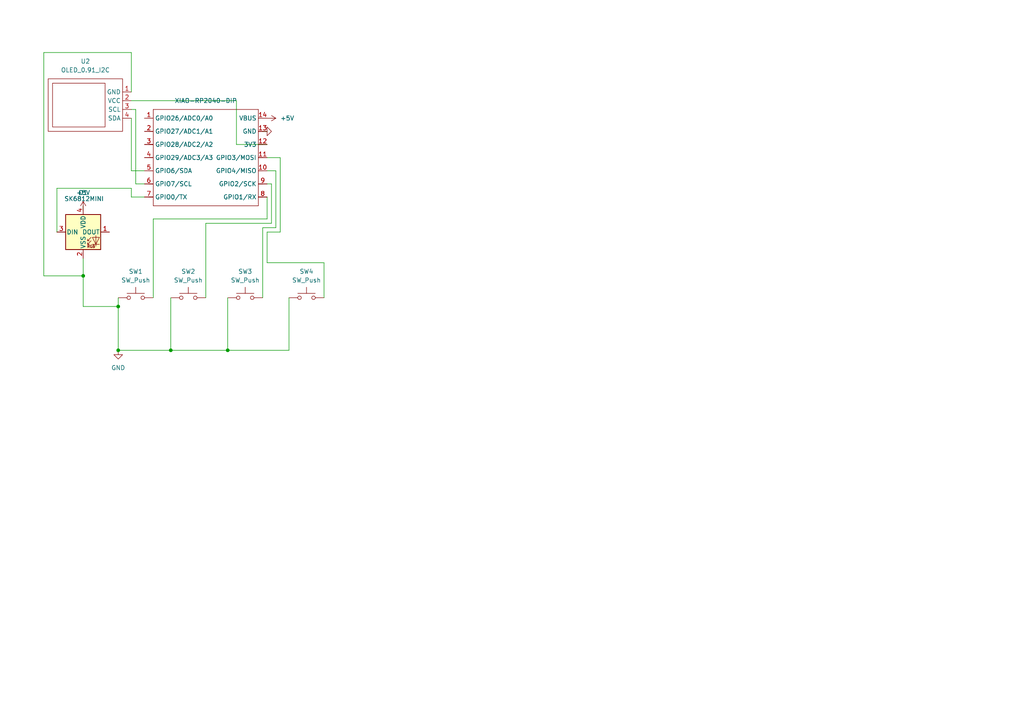
<source format=kicad_sch>
(kicad_sch (version 20250114) (generator "eeschema") (generator_version "9.0")
  (paper "A4")
  (lib_symbols
    (symbol "LED:SK6812MINI" (pin_names (offset 0.254))
      (property "Reference" "D" (at 5.08 5.715 0))
      (property "Value" "SK6812MINI" (at 1.27 -5.715 0))
      (symbol "SK6812MINI_0_0"
        (text "RGB" (at 2.286 -4.191 0) (effects (font (size 0.762 0.762))))
      )
      (symbol "SK6812MINI_0_1"
        (polyline (pts (xy 1.27 -2.54) (xy 1.778 -2.54)))
        (polyline (pts (xy 1.27 -3.556) (xy 1.778 -3.556)))
        (polyline (pts (xy 2.286 -1.524) (xy 1.27 -2.54) (xy 1.27 -2.032)))
        (polyline (pts (xy 2.286 -2.54) (xy 1.27 -3.556) (xy 1.27 -3.048)))
        (polyline (pts (xy 3.683 -1.016) (xy 3.683 -3.556) (xy 3.683 -4.064)))
        (polyline (pts (xy 4.699 -1.524) (xy 2.667 -1.524) (xy 3.683 -3.556) (xy 4.699 -1.524)))
        (polyline (pts (xy 4.699 -3.556) (xy 2.667 -3.556)))
        (rectangle (start 5.08 5.08) (end -5.08 -5.08) (stroke (width 0.254)) (fill (type background)))
      )
      (symbol "SK6812MINI_1_1"
        (pin input line (at -7.62 0 0) (length 2.54) (name "DIN") (number "3"))
        (pin power_in line (at 0 7.62 270) (length 2.54) (name "VDD") (number "4"))
        (pin power_in line (at 0 -7.62 90) (length 2.54) (name "VSS") (number "2"))
        (pin output line (at 7.62 0 180) (length 2.54) (name "DOUT") (number "1"))
      )
    )
    (symbol "New_Library:0.91{dblquote}_I2C"
      (property "Reference" "U" (at 0 0 0))
      (property "Value" "OLED_0.91_I2C" (at 0 0 0))
      (symbol "0.91{dblquote}_I2C_0_1"
        (rectangle (start -7.62 12.7) (end 7.62 -8.89))
        (rectangle (start -6.35 7.62) (end 6.35 -7.62))
      )
      (symbol "0.91{dblquote}_I2C_1_1"
        (pin power_in line (at -3.81 15.24 270) (length 2.54) (name "GND") (number "1"))
        (pin power_in line (at -1.27 15.24 270) (length 2.54) (name "VCC") (number "2"))
        (pin bidirectional line (at 1.27 15.24 270) (length 2.54) (name "SCL") (number "3"))
        (pin bidirectional line (at 3.81 15.24 270) (length 2.54) (name "SDA") (number "4"))
      )
    )
    (symbol "Switch:SW_Push" (pin_numbers (hide yes)) (pin_names (offset 1.016) (hide yes))
      (property "Reference" "SW" (at 1.27 2.54 0))
      (property "Value" "SW_Push" (at 0 -1.524 0))
      (symbol "SW_Push_0_1"
        (circle (center -2.032 0) (radius 0.508))
        (polyline (pts (xy 0 1.27) (xy 0 3.048)))
        (circle (center 2.032 0) (radius 0.508))
        (polyline (pts (xy 2.54 1.27) (xy -2.54 1.27)))
        (pin passive line (at -5.08 0 0) (length 2.54) (name "1") (number "1"))
        (pin passive line (at 5.08 0 180) (length 2.54) (name "2") (number "2"))
      )
    )
    (symbol "XIAO:XIAO-RP2040-DIP"
      (property "Reference" "U" (at 0 0 0))
      (property "Value" "XIAO-RP2040-DIP" (at 5.334 -1.778 0))
      (symbol "XIAO-RP2040-DIP_1_0"
        (polyline (pts (xy -1.27 -2.54) (xy 29.21 -2.54)) (stroke (width 0.1524)))
        (polyline (pts (xy -1.27 -5.08) (xy -2.54 -5.08)) (stroke (width 0.1524)))
        (polyline (pts (xy -1.27 -5.08) (xy -1.27 -2.54)) (stroke (width 0.1524)))
        (polyline (pts (xy -1.27 -8.89) (xy -2.54 -8.89)) (stroke (width 0.1524)))
        (polyline (pts (xy -1.27 -8.89) (xy -1.27 -5.08)) (stroke (width 0.1524)))
        (polyline (pts (xy -1.27 -12.7) (xy -2.54 -12.7)) (stroke (width 0.1524)))
        (polyline (pts (xy -1.27 -12.7) (xy -1.27 -8.89)) (stroke (width 0.1524)))
        (polyline (pts (xy -1.27 -16.51) (xy -2.54 -16.51)) (stroke (width 0.1524)))
        (polyline (pts (xy -1.27 -16.51) (xy -1.27 -12.7)) (stroke (width 0.1524)))
        (polyline (pts (xy -1.27 -20.32) (xy -2.54 -20.32)) (stroke (width 0.1524)))
        (polyline (pts (xy -1.27 -24.13) (xy -2.54 -24.13)) (stroke (width 0.1524)))
        (polyline (pts (xy -1.27 -27.94) (xy -2.54 -27.94)) (stroke (width 0.1524)))
        (polyline (pts (xy -1.27 -30.48) (xy -1.27 -16.51)) (stroke (width 0.1524)))
        (polyline (pts (xy 29.21 -2.54) (xy 29.21 -5.08)) (stroke (width 0.1524)))
        (polyline (pts (xy 29.21 -5.08) (xy 29.21 -8.89)) (stroke (width 0.1524)))
        (polyline (pts (xy 29.21 -8.89) (xy 29.21 -12.7)) (stroke (width 0.1524)))
        (polyline (pts (xy 29.21 -12.7) (xy 29.21 -30.48)) (stroke (width 0.1524)))
        (polyline (pts (xy 29.21 -30.48) (xy -1.27 -30.48)) (stroke (width 0.1524)))
        (polyline (pts (xy 30.48 -5.08) (xy 29.21 -5.08)) (stroke (width 0.1524)))
        (polyline (pts (xy 30.48 -8.89) (xy 29.21 -8.89)) (stroke (width 0.1524)))
        (polyline (pts (xy 30.48 -12.7) (xy 29.21 -12.7)) (stroke (width 0.1524)))
        (polyline (pts (xy 30.48 -16.51) (xy 29.21 -16.51)) (stroke (width 0.1524)))
        (polyline (pts (xy 30.48 -20.32) (xy 29.21 -20.32)) (stroke (width 0.1524)))
        (polyline (pts (xy 30.48 -24.13) (xy 29.21 -24.13)) (stroke (width 0.1524)))
        (polyline (pts (xy 30.48 -27.94) (xy 29.21 -27.94)) (stroke (width 0.1524)))
        (pin passive line (at -3.81 -5.08 0) (length 2.54) (name "GPIO26/ADC0/A0") (number "1"))
        (pin passive line (at -3.81 -8.89 0) (length 2.54) (name "GPIO27/ADC1/A1") (number "2"))
        (pin passive line (at -3.81 -12.7 0) (length 2.54) (name "GPIO28/ADC2/A2") (number "3"))
        (pin passive line (at -3.81 -16.51 0) (length 2.54) (name "GPIO29/ADC3/A3") (number "4"))
        (pin passive line (at -3.81 -20.32 0) (length 2.54) (name "GPIO6/SDA") (number "5"))
        (pin passive line (at -3.81 -24.13 0) (length 2.54) (name "GPIO7/SCL") (number "6"))
        (pin passive line (at -3.81 -27.94 0) (length 2.54) (name "GPIO0/TX") (number "7"))
        (pin passive line (at 31.75 -5.08 180) (length 2.54) (name "VBUS") (number "14"))
        (pin passive line (at 31.75 -8.89 180) (length 2.54) (name "GND") (number "13"))
        (pin passive line (at 31.75 -12.7 180) (length 2.54) (name "3V3") (number "12"))
        (pin passive line (at 31.75 -16.51 180) (length 2.54) (name "GPIO3/MOSI") (number "11"))
        (pin passive line (at 31.75 -20.32 180) (length 2.54) (name "GPIO4/MISO") (number "10"))
        (pin passive line (at 31.75 -24.13 180) (length 2.54) (name "GPIO2/SCK") (number "9"))
        (pin passive line (at 31.75 -27.94 180) (length 2.54) (name "GPIO1/RX") (number "8"))
      )
    )
    (symbol "power:+5V" (power) (pin_numbers (hide yes)) (pin_names (offset 0) (hide yes))
      (property "Value" "+5V" (at 0 3.556 0))
      (symbol "+5V_0_1"
        (polyline (pts (xy -0.762 1.27) (xy 0 2.54)))
        (polyline (pts (xy 0 2.54) (xy 0.762 1.27)))
        (polyline (pts (xy 0 0) (xy 0 2.54)))
      )
      (symbol "+5V_1_1"
        (pin power_in line (at 0 0 90) (length 0) (name "~") (number "1"))
      )
    )
    (symbol "power:GND" (power) (pin_numbers (hide yes)) (pin_names (offset 0) (hide yes))
      (property "Value" "GND" (at 0 -3.81 0))
      (symbol "GND_0_1"
        (polyline (pts (xy 0 0) (xy 0 -1.27) (xy 1.27 -1.27) (xy 0 -2.54) (xy -1.27 -1.27) (xy 0 -1.27)))
      )
      (symbol "GND_1_1"
        (pin power_in line (at 0 0 270) (length 0) (name "~") (number "1"))
      )
    )
  )
  (junction (at 34.29 101.6))
  (junction (at 49.53 101.6))
  (junction (at 24.13 80.01))
  (junction (at 34.29 88.9))
  (junction (at 66.04 101.6))
  (wire (pts (xy 76.2 86.36) (xy 76.2 66.04)))
  (wire (pts (xy 77.47 76.2) (xy 77.47 67.31)))
  (wire (pts (xy 24.13 88.9) (xy 34.29 88.9)))
  (wire (pts (xy 39.37 53.34) (xy 41.91 53.34)))
  (wire (pts (xy 12.7 80.01) (xy 24.13 80.01)))
  (wire (pts (xy 93.98 76.2) (xy 93.98 86.36)))
  (wire (pts (xy 38.1 31.75) (xy 39.37 31.75)))
  (wire (pts (xy 81.28 67.31) (xy 81.28 45.72)))
  (wire (pts (xy 59.69 86.36) (xy 59.69 64.77)))
  (wire (pts (xy 77.47 45.72) (xy 81.28 45.72)))
  (wire (pts (xy 68.58 41.91) (xy 77.47 41.91)))
  (wire (pts (xy 39.37 31.75) (xy 39.37 53.34)))
  (wire (pts (xy 78.74 53.34) (xy 77.47 53.34)))
  (wire (pts (xy 59.69 64.77) (xy 78.74 64.77)))
  (wire (pts (xy 77.47 57.15) (xy 77.47 63.5)))
  (wire (pts (xy 24.13 60.96) (xy 24.13 59.69)))
  (wire (pts (xy 66.04 86.36) (xy 66.04 101.6)))
  (wire (pts (xy 38.1 15.24) (xy 12.7 15.24)))
  (wire (pts (xy 80.01 49.53) (xy 77.47 49.53)))
  (wire (pts (xy 38.1 54.61) (xy 38.1 57.15)))
  (wire (pts (xy 49.53 101.6) (xy 49.53 86.36)))
  (wire (pts (xy 16.51 67.31) (xy 16.51 54.61)))
  (wire (pts (xy 38.1 26.67) (xy 38.1 15.24)))
  (wire (pts (xy 24.13 80.01) (xy 24.13 88.9)))
  (wire (pts (xy 93.98 76.2) (xy 77.47 76.2)))
  (wire (pts (xy 68.58 29.21) (xy 68.58 41.91)))
  (wire (pts (xy 44.45 63.5) (xy 77.47 63.5)))
  (wire (pts (xy 38.1 49.53) (xy 41.91 49.53)))
  (wire (pts (xy 44.45 86.36) (xy 44.45 63.5)))
  (wire (pts (xy 38.1 34.29) (xy 38.1 49.53)))
  (wire (pts (xy 80.01 66.04) (xy 80.01 49.53)))
  (wire (pts (xy 38.1 29.21) (xy 68.58 29.21)))
  (wire (pts (xy 77.47 67.31) (xy 81.28 67.31)))
  (wire (pts (xy 12.7 15.24) (xy 12.7 80.01)))
  (wire (pts (xy 83.82 86.36) (xy 83.82 101.6)))
  (wire (pts (xy 34.29 101.6) (xy 49.53 101.6)))
  (wire (pts (xy 49.53 101.6) (xy 66.04 101.6)))
  (wire (pts (xy 66.04 101.6) (xy 83.82 101.6)))
  (wire (pts (xy 76.2 38.1) (xy 77.47 38.1)))
  (wire (pts (xy 24.13 74.93) (xy 24.13 80.01)))
  (wire (pts (xy 76.2 66.04) (xy 80.01 66.04)))
  (wire (pts (xy 78.74 64.77) (xy 78.74 53.34)))
  (wire (pts (xy 16.51 54.61) (xy 38.1 54.61)))
  (wire (pts (xy 34.29 88.9) (xy 34.29 101.6)))
  (wire (pts (xy 38.1 57.15) (xy 41.91 57.15)))
  (wire (pts (xy 34.29 86.36) (xy 34.29 88.9)))
  (symbol (lib_id "New_Library:0.91{dblquote}_I2C") (at 22.86 30.48 270) (unit 1)
    (property "Reference" "U2" (at 24.765 17.78 90))
    (property "Value" "OLED_0.91_I2C" (at 24.765 20.32 90))
    (property "Footprint" "Connector_PinHeader_2.54mm:PinHeader_1x04_P2.54mm_Vertical" (effects (hide yes)))
  )
  (symbol (lib_id "power:+5V") (at 77.47 34.29 270) (unit 1)
    (property "Reference" "#PWR04" (effects (hide yes)))
    (property "Value" "+5V" (at 81.28 34.2899 90) (effects (justify left)))
    (property "Description" "Power symbol creates a global label with name \"+5V\"" (effects (hide yes)))
  )
  (symbol (lib_id "LED:SK6812MINI") (at 24.13 67.31 0) (unit 1)
    (property "Reference" "D1" (at 24.13 55.88 0))
    (property "Value" "SK6812MINI" (at 24.384 57.658 0))
    (property "Footprint" "LED_SMD:LED_SK6812MINI_PLCC4_3.5x3.5mm_P1.75mm" (effects (hide yes)))
    (property "Datasheet" "https://cdn-shop.adafruit.com/product-files/2686/SK6812MINI_REV.01-1-2.pdf" (effects (hide yes)))
    (property "Description" "RGB LED with integrated controller" (effects (hide yes)))
  )
  (symbol (lib_id "power:GND") (at 34.29 101.6 0) (unit 1)
    (property "Reference" "#PWR03" (effects (hide yes)))
    (property "Value" "GND" (at 34.29 106.68 0))
    (property "Description" "Power symbol creates a global label with name \"GND\" , ground" (effects (hide yes)))
  )
  (symbol (lib_id "Switch:SW_Push") (at 71.12 86.36 0) (unit 1)
    (property "Reference" "SW3" (at 71.12 78.74 0))
    (property "Value" "SW_Push" (at 71.12 81.28 0))
    (property "Footprint" "Button_Switch_Keyboard:SW_Cherry_MX_1.00u_PCB" (effects (hide yes)))
    (property "Description" "Push button switch, generic, two pins" (effects (hide yes)))
  )
  (symbol (lib_id "Switch:SW_Push") (at 88.9 86.36 0) (unit 1)
    (property "Reference" "SW4" (at 88.9 78.74 0))
    (property "Value" "SW_Push" (at 88.9 81.28 0))
    (property "Footprint" "Button_Switch_Keyboard:SW_Cherry_MX_1.00u_PCB" (effects (hide yes)))
    (property "Description" "Push button switch, generic, two pins" (effects (hide yes)))
  )
  (symbol (lib_id "Switch:SW_Push") (at 39.37 86.36 0) (unit 1)
    (property "Reference" "SW1" (at 39.37 78.74 0))
    (property "Value" "SW_Push" (at 39.37 81.28 0))
    (property "Footprint" "Button_Switch_Keyboard:SW_Cherry_MX_1.00u_PCB" (effects (hide yes)))
    (property "Description" "Push button switch, generic, two pins" (effects (hide yes)))
  )
  (symbol (lib_id "power:+5V") (at 24.13 60.96 0) (unit 1)
    (property "Reference" "#PWR02" (effects (hide yes)))
    (property "Value" "+5V" (at 24.13 55.88 0))
    (property "Description" "Power symbol creates a global label with name \"+5V\"" (effects (hide yes)))
  )
  (symbol (lib_id "power:GND") (at 76.2 38.1 90) (unit 1)
    (property "Reference" "#PWR01" (effects (hide yes)))
    (property "Value" "GND" (effects (hide yes)))
    (property "Description" "Power symbol creates a global label with name \"GND\" , ground" (effects (hide yes)))
  )
  (symbol (lib_id "Switch:SW_Push") (at 54.61 86.36 0) (unit 1)
    (property "Reference" "SW2" (at 54.61 78.74 0))
    (property "Value" "SW_Push" (at 54.61 81.28 0))
    (property "Footprint" "Button_Switch_Keyboard:SW_Cherry_MX_1.00u_PCB" (effects (hide yes)))
    (property "Description" "Push button switch, generic, two pins" (effects (hide yes)))
  )
  (symbol (lib_id "XIAO:XIAO-RP2040-DIP") (at 45.72 29.21 0) (unit 1)
    (property "Reference" "U1" (effects (hide yes)))
    (property "Value" "XIAO-RP2040-DIP" (at 59.69 29.21 0))
    (property "Footprint" "QPL:XIAO-RP2040-DIP" (effects (hide yes)))
  )
)
</source>
